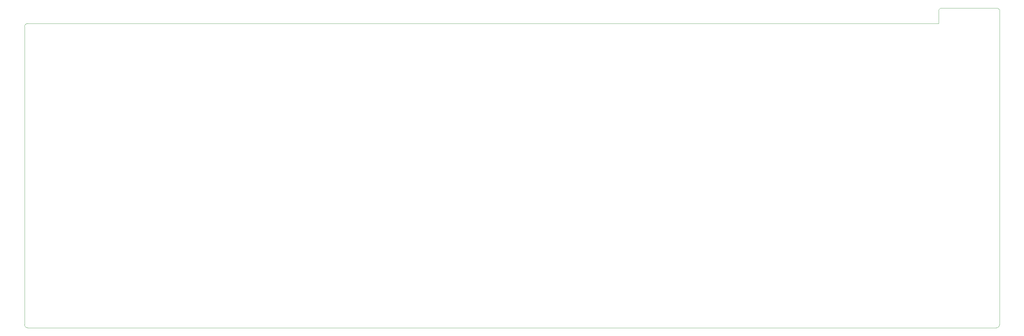
<source format=gbr>
%TF.GenerationSoftware,KiCad,Pcbnew,7.0.5*%
%TF.CreationDate,2023-09-15T18:16:34+08:00*%
%TF.ProjectId,Openero65,4f70656e-6572-46f3-9635-2e6b69636164,rev?*%
%TF.SameCoordinates,Original*%
%TF.FileFunction,Profile,NP*%
%FSLAX46Y46*%
G04 Gerber Fmt 4.6, Leading zero omitted, Abs format (unit mm)*
G04 Created by KiCad (PCBNEW 7.0.5) date 2023-09-15 18:16:34*
%MOMM*%
%LPD*%
G01*
G04 APERTURE LIST*
%TA.AperFunction,Profile*%
%ADD10C,0.100000*%
%TD*%
G04 APERTURE END LIST*
D10*
X349757000Y-176035000D02*
X46957000Y-176035000D01*
X331707000Y-80785000D02*
X46957000Y-80785000D01*
X46957000Y-80785000D02*
G75*
G03*
X45957000Y-81785000I0J-1000000D01*
G01*
X350757000Y-76515000D02*
X350757000Y-175035000D01*
X45957000Y-175035000D02*
G75*
G03*
X46957000Y-176035000I1000000J0D01*
G01*
X331707000Y-76515000D02*
X331707000Y-80785000D01*
X331707000Y-76515000D02*
X332287000Y-75935000D01*
X349757000Y-176035000D02*
G75*
G03*
X350757000Y-175035000I0J1000000D01*
G01*
X350757000Y-76515000D02*
X350177000Y-75935000D01*
X45957000Y-81785000D02*
X45957000Y-175035000D01*
X350177000Y-75935000D02*
X332287000Y-75935000D01*
M02*

</source>
